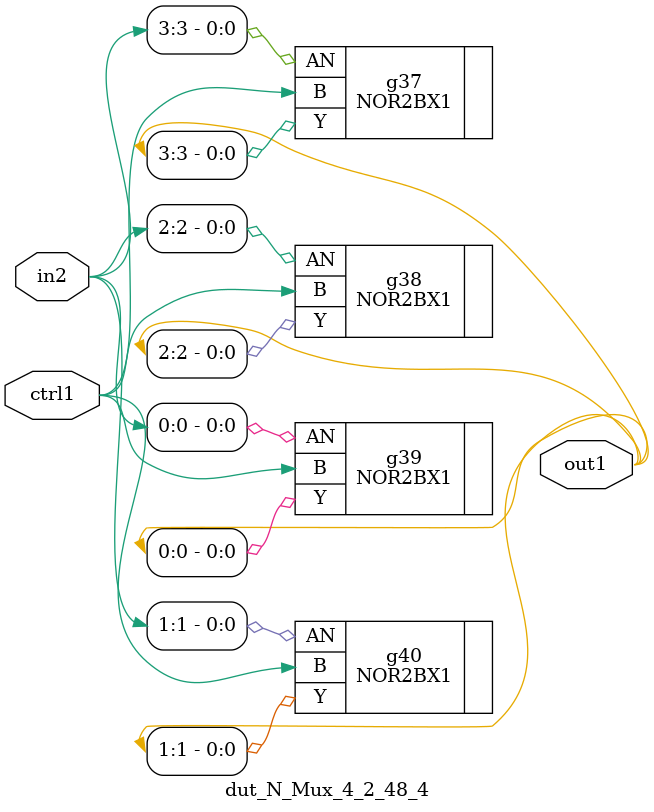
<source format=v>
`timescale 1ps / 1ps


module dut_N_Mux_4_2_48_4(in2, ctrl1, out1);
  input [3:0] in2;
  input ctrl1;
  output [3:0] out1;
  wire [3:0] in2;
  wire ctrl1;
  wire [3:0] out1;
  NOR2BX1 g37(.AN (in2[3]), .B (ctrl1), .Y (out1[3]));
  NOR2BX1 g40(.AN (in2[1]), .B (ctrl1), .Y (out1[1]));
  NOR2BX1 g39(.AN (in2[0]), .B (ctrl1), .Y (out1[0]));
  NOR2BX1 g38(.AN (in2[2]), .B (ctrl1), .Y (out1[2]));
endmodule



</source>
